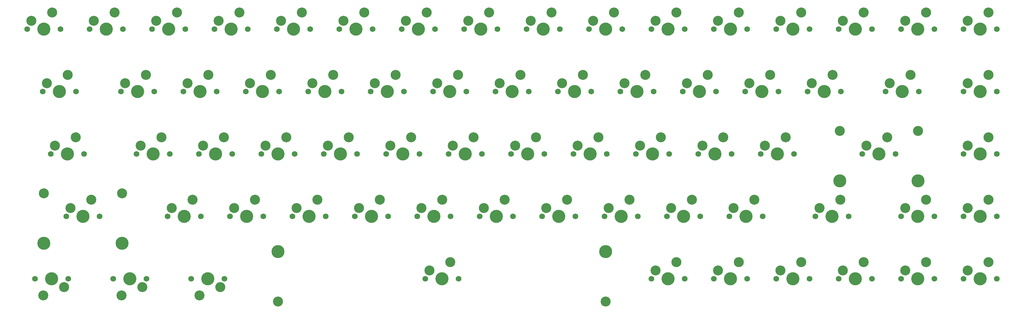
<source format=gts>
%TF.GenerationSoftware,KiCad,Pcbnew,(6.0.11-0)*%
%TF.CreationDate,2023-07-19T11:20:52+01:00*%
%TF.ProjectId,keybird,6b657962-6972-4642-9e6b-696361645f70,0.3*%
%TF.SameCoordinates,Original*%
%TF.FileFunction,Soldermask,Top*%
%TF.FilePolarity,Negative*%
%FSLAX46Y46*%
G04 Gerber Fmt 4.6, Leading zero omitted, Abs format (unit mm)*
G04 Created by KiCad (PCBNEW (6.0.11-0)) date 2023-07-19 11:20:52*
%MOMM*%
%LPD*%
G01*
G04 APERTURE LIST*
%ADD10C,4.000000*%
%ADD11C,1.750000*%
%ADD12C,3.050000*%
%ADD13C,3.987800*%
%ADD14C,3.048000*%
G04 APERTURE END LIST*
D10*
%TO.C,SW67*%
X290512500Y-80962500D03*
D11*
X295592500Y-80962500D03*
D12*
X293052500Y-75882500D03*
X286702500Y-78422500D03*
D11*
X285432500Y-80962500D03*
%TD*%
D10*
%TO.C,SW30*%
X52387500Y-42862500D03*
D11*
X57467500Y-42862500D03*
D12*
X54927500Y-37782500D03*
X48577500Y-40322500D03*
D11*
X47307500Y-42862500D03*
%TD*%
D10*
%TO.C,SW17*%
X309562500Y-23812500D03*
D11*
X314642500Y-23812500D03*
D12*
X312102500Y-18732500D03*
X305752500Y-21272500D03*
D11*
X304482500Y-23812500D03*
%TD*%
D10*
%TO.C,SW53*%
X152400000Y-61912500D03*
D11*
X157480000Y-61912500D03*
D12*
X154940000Y-56832500D03*
X148590000Y-59372500D03*
D11*
X147320000Y-61912500D03*
%TD*%
D10*
%TO.C,SW12*%
X119062500Y-23812500D03*
D11*
X124142500Y-23812500D03*
D12*
X121602500Y-18732500D03*
X115252500Y-21272500D03*
D11*
X113982500Y-23812500D03*
%TD*%
D10*
%TO.C,SW11*%
X80962500Y-23812500D03*
D11*
X86042500Y-23812500D03*
D12*
X83502500Y-18732500D03*
X77152500Y-21272500D03*
D11*
X75882500Y-23812500D03*
%TD*%
D10*
%TO.C,SW25*%
X223837500Y-42862500D03*
D11*
X228917500Y-42862500D03*
D12*
X226377500Y-37782500D03*
X220027500Y-40322500D03*
D11*
X218757500Y-42862500D03*
%TD*%
D10*
%TO.C,SW84*%
X214312500Y-100012500D03*
D11*
X219392500Y-100012500D03*
D12*
X216852500Y-94932500D03*
X210502500Y-97472500D03*
D11*
X209232500Y-100012500D03*
%TD*%
D10*
%TO.C,SW01*%
X61912500Y-23812500D03*
D11*
X66992500Y-23812500D03*
D12*
X64452500Y-18732500D03*
X58102500Y-21272500D03*
D11*
X56832500Y-23812500D03*
%TD*%
D10*
%TO.C,SW07*%
X290512500Y-23812500D03*
D11*
X295592500Y-23812500D03*
D12*
X293052500Y-18732500D03*
X286702500Y-21272500D03*
D11*
X285432500Y-23812500D03*
%TD*%
D10*
%TO.C,SW10*%
X42862500Y-23812500D03*
D11*
X47942500Y-23812500D03*
D12*
X45402500Y-18732500D03*
X39052500Y-21272500D03*
D11*
X37782500Y-23812500D03*
%TD*%
D10*
%TO.C,SW06*%
X252412500Y-23812500D03*
D11*
X257492500Y-23812500D03*
D12*
X254952500Y-18732500D03*
X248602500Y-21272500D03*
D11*
X247332500Y-23812500D03*
%TD*%
D12*
%TO.C,SW20*%
X31115000Y-37782500D03*
D10*
X28575000Y-42862500D03*
D11*
X23495000Y-42862500D03*
X33655000Y-42862500D03*
D12*
X24765000Y-40322500D03*
%TD*%
D10*
%TO.C,SW83*%
X145256250Y-100012500D03*
D12*
X147796250Y-94932500D03*
D11*
X140176250Y-100012500D03*
D12*
X141446250Y-97472500D03*
D11*
X150336250Y-100012500D03*
%TD*%
D12*
%TO.C,SW56*%
X274796250Y-59372500D03*
D10*
X278606250Y-61912500D03*
D12*
X281146250Y-56832500D03*
D11*
X273526250Y-61912500D03*
X283686250Y-61912500D03*
%TD*%
D10*
%TO.C,SW31*%
X90487500Y-42862500D03*
D11*
X95567500Y-42862500D03*
D12*
X93027500Y-37782500D03*
X86677500Y-40322500D03*
D11*
X85407500Y-42862500D03*
%TD*%
D10*
%TO.C,SW00*%
X23812500Y-23812500D03*
D11*
X28892500Y-23812500D03*
D12*
X26352500Y-18732500D03*
X20002500Y-21272500D03*
D11*
X18732500Y-23812500D03*
%TD*%
D10*
%TO.C,SW34*%
X204787500Y-42862500D03*
D11*
X209867500Y-42862500D03*
D12*
X207327500Y-37782500D03*
X200977500Y-40322500D03*
D11*
X199707500Y-42862500D03*
%TD*%
D10*
%TO.C,SW05*%
X214312500Y-23812500D03*
D11*
X219392500Y-23812500D03*
D12*
X216852500Y-18732500D03*
X210502500Y-21272500D03*
D11*
X209232500Y-23812500D03*
%TD*%
D10*
%TO.C,SW27*%
X309562500Y-42862500D03*
D11*
X314642500Y-42862500D03*
D12*
X312102500Y-37782500D03*
X305752500Y-40322500D03*
D11*
X304482500Y-42862500D03*
%TD*%
D10*
%TO.C,SW61*%
X85725000Y-80962500D03*
D11*
X90805000Y-80962500D03*
D12*
X88265000Y-75882500D03*
X81915000Y-78422500D03*
D11*
X80645000Y-80962500D03*
%TD*%
D10*
%TO.C,SW76*%
X271462728Y-100012584D03*
D11*
X276542728Y-100012584D03*
D12*
X274002728Y-94932584D03*
X267652728Y-97472584D03*
D11*
X266382728Y-100012584D03*
%TD*%
%TO.C,SW50*%
X36036250Y-61912500D03*
D12*
X27146250Y-59372500D03*
D10*
X30956250Y-61912500D03*
D11*
X25876250Y-61912500D03*
D12*
X33496250Y-56832500D03*
%TD*%
D10*
%TO.C,SW44*%
X209550000Y-61912500D03*
D11*
X214630000Y-61912500D03*
D12*
X212090000Y-56832500D03*
X205740000Y-59372500D03*
D11*
X204470000Y-61912500D03*
%TD*%
D10*
%TO.C,SW86*%
X252412500Y-100012500D03*
D11*
X257492500Y-100012500D03*
D12*
X254952500Y-94932500D03*
X248602500Y-97472500D03*
D11*
X247332500Y-100012500D03*
%TD*%
D13*
%TO.C,ST_SPACE*%
X195256250Y-91787500D03*
D14*
X95256250Y-106997500D03*
D13*
X95256250Y-91787500D03*
D14*
X195256250Y-106997500D03*
%TD*%
D10*
%TO.C,SW40*%
X57150000Y-61912500D03*
D11*
X62230000Y-61912500D03*
D12*
X59690000Y-56832500D03*
X53340000Y-59372500D03*
D11*
X52070000Y-61912500D03*
%TD*%
D12*
%TO.C,SW60*%
X31908750Y-78422500D03*
D10*
X35718750Y-80962500D03*
D12*
X38258750Y-75882500D03*
D11*
X30638750Y-80962500D03*
X40798750Y-80962500D03*
%TD*%
D10*
%TO.C,SW03*%
X138112500Y-23812500D03*
D11*
X143192500Y-23812500D03*
D12*
X140652500Y-18732500D03*
X134302500Y-21272500D03*
D11*
X133032500Y-23812500D03*
%TD*%
D10*
%TO.C,SW33*%
X166687500Y-42862500D03*
D11*
X171767500Y-42862500D03*
D12*
X169227500Y-37782500D03*
X162877500Y-40322500D03*
D11*
X161607500Y-42862500D03*
%TD*%
D10*
%TO.C,SW42*%
X133350000Y-61912500D03*
D11*
X138430000Y-61912500D03*
D12*
X135890000Y-56832500D03*
X129540000Y-59372500D03*
D11*
X128270000Y-61912500D03*
%TD*%
D10*
%TO.C,SW21*%
X71437500Y-42862500D03*
D11*
X76517500Y-42862500D03*
D12*
X73977500Y-37782500D03*
X67627500Y-40322500D03*
D11*
X66357500Y-42862500D03*
%TD*%
D13*
%TO.C,ST_SHIFT*%
X47656750Y-89187500D03*
X23780750Y-89187500D03*
D14*
X23780750Y-73977500D03*
X47656750Y-73977500D03*
%TD*%
D10*
%TO.C,SW23*%
X147637500Y-42862500D03*
D11*
X152717500Y-42862500D03*
D12*
X150177500Y-37782500D03*
X143827500Y-40322500D03*
D11*
X142557500Y-42862500D03*
%TD*%
D12*
%TO.C,SW36*%
X288290000Y-37782500D03*
D10*
X285750000Y-42862500D03*
D11*
X280670000Y-42862500D03*
X290830000Y-42862500D03*
D12*
X281940000Y-40322500D03*
%TD*%
D10*
%TO.C,SW43*%
X171450000Y-61912500D03*
D11*
X176530000Y-61912500D03*
D12*
X173990000Y-56832500D03*
X167640000Y-59372500D03*
D11*
X166370000Y-61912500D03*
%TD*%
D10*
%TO.C,SW35*%
X242887500Y-42862500D03*
D11*
X247967500Y-42862500D03*
D12*
X245427500Y-37782500D03*
X239077500Y-40322500D03*
D11*
X237807500Y-42862500D03*
%TD*%
D10*
%TO.C,SW41*%
X95250000Y-61912500D03*
D11*
X100330000Y-61912500D03*
D12*
X97790000Y-56832500D03*
X91440000Y-59372500D03*
D11*
X90170000Y-61912500D03*
%TD*%
D10*
%TO.C,SW63*%
X161925000Y-80962500D03*
D11*
X167005000Y-80962500D03*
D12*
X164465000Y-75882500D03*
X158115000Y-78422500D03*
D11*
X156845000Y-80962500D03*
%TD*%
D10*
%TO.C,SW65*%
X238125000Y-80962500D03*
D11*
X243205000Y-80962500D03*
D12*
X240665000Y-75882500D03*
X234315000Y-78422500D03*
D11*
X233045000Y-80962500D03*
%TD*%
D10*
%TO.C,SW47*%
X309562500Y-61912500D03*
D11*
X314642500Y-61912500D03*
D12*
X312102500Y-56832500D03*
X305752500Y-59372500D03*
D11*
X304482500Y-61912500D03*
%TD*%
D10*
%TO.C,SW54*%
X190500000Y-61912500D03*
D11*
X195580000Y-61912500D03*
D12*
X193040000Y-56832500D03*
X186690000Y-59372500D03*
D11*
X185420000Y-61912500D03*
%TD*%
D10*
%TO.C,SW52*%
X114300000Y-61912500D03*
D11*
X119380000Y-61912500D03*
D12*
X116840000Y-56832500D03*
X110490000Y-59372500D03*
D11*
X109220000Y-61912500D03*
%TD*%
D10*
%TO.C,SW26*%
X261937500Y-42862500D03*
D11*
X267017500Y-42862500D03*
D12*
X264477500Y-37782500D03*
X258127500Y-40322500D03*
D11*
X256857500Y-42862500D03*
%TD*%
D10*
%TO.C,SW22*%
X109537500Y-42862500D03*
D11*
X114617500Y-42862500D03*
D12*
X112077500Y-37782500D03*
X105727500Y-40322500D03*
D11*
X104457500Y-42862500D03*
%TD*%
D10*
%TO.C,SW55*%
X228600000Y-61912500D03*
D11*
X233680000Y-61912500D03*
D12*
X231140000Y-56832500D03*
X224790000Y-59372500D03*
D11*
X223520000Y-61912500D03*
%TD*%
D12*
%TO.C,SW81*%
X47466272Y-105092500D03*
X53816272Y-102552500D03*
D11*
X44926272Y-100012500D03*
X55086272Y-100012500D03*
D10*
X50006272Y-100012500D03*
%TD*%
%TO.C,SW04*%
X176212500Y-23812500D03*
D11*
X181292500Y-23812500D03*
D12*
X178752500Y-18732500D03*
X172402500Y-21272500D03*
D11*
X171132500Y-23812500D03*
%TD*%
D10*
%TO.C,SW14*%
X195262500Y-23812500D03*
D11*
X200342500Y-23812500D03*
D12*
X197802500Y-18732500D03*
X191452500Y-21272500D03*
D11*
X190182500Y-23812500D03*
%TD*%
D10*
%TO.C,SW87*%
X290512500Y-100012500D03*
D11*
X295592500Y-100012500D03*
D12*
X293052500Y-94932500D03*
X286702500Y-97472500D03*
D11*
X285432500Y-100012500D03*
%TD*%
D10*
%TO.C,SW71*%
X104775088Y-80962568D03*
D11*
X109855088Y-80962568D03*
D12*
X107315088Y-75882568D03*
X100965088Y-78422568D03*
D11*
X99695088Y-80962568D03*
%TD*%
D10*
%TO.C,SW51*%
X76200000Y-61912500D03*
D11*
X81280000Y-61912500D03*
D12*
X78740000Y-56832500D03*
X72390000Y-59372500D03*
D11*
X71120000Y-61912500D03*
%TD*%
D10*
%TO.C,SW72*%
X142875120Y-80962568D03*
D11*
X147955120Y-80962568D03*
D12*
X145415120Y-75882568D03*
X139065120Y-78422568D03*
D11*
X137795120Y-80962568D03*
%TD*%
D10*
%TO.C,SW70*%
X66675056Y-80962568D03*
D11*
X71755056Y-80962568D03*
D12*
X69215056Y-75882568D03*
X62865056Y-78422568D03*
D11*
X61595056Y-80962568D03*
%TD*%
D10*
%TO.C,SW74*%
X219075184Y-80962568D03*
D11*
X224155184Y-80962568D03*
D12*
X221615184Y-75882568D03*
X215265184Y-78422568D03*
D11*
X213995184Y-80962568D03*
%TD*%
D10*
%TO.C,SW45*%
X247650000Y-61912500D03*
D11*
X252730000Y-61912500D03*
D12*
X250190000Y-56832500D03*
X243840000Y-59372500D03*
D11*
X242570000Y-61912500D03*
%TD*%
%TO.C,SW66*%
X269398750Y-80962500D03*
D12*
X260508750Y-78422500D03*
D10*
X264318750Y-80962500D03*
D11*
X259238750Y-80962500D03*
D12*
X266858750Y-75882500D03*
%TD*%
%TO.C,SW82*%
X71278812Y-105158202D03*
X77628812Y-102618202D03*
D11*
X68738812Y-100078202D03*
X78898812Y-100078202D03*
D10*
X73818812Y-100078202D03*
%TD*%
%TO.C,SW57*%
X309562500Y-80962500D03*
D11*
X314642500Y-80962500D03*
D12*
X312102500Y-75882500D03*
X305752500Y-78422500D03*
D11*
X304482500Y-80962500D03*
%TD*%
D10*
%TO.C,SW85*%
X233362500Y-100012500D03*
D11*
X238442500Y-100012500D03*
D12*
X235902500Y-94932500D03*
X229552500Y-97472500D03*
D11*
X228282500Y-100012500D03*
%TD*%
D13*
%TO.C,ST_ENTER*%
X290544250Y-70137500D03*
X266668250Y-70137500D03*
D14*
X266668250Y-54927500D03*
X290544250Y-54927500D03*
%TD*%
D10*
%TO.C,SW32*%
X128587500Y-42862500D03*
D11*
X133667500Y-42862500D03*
D12*
X131127500Y-37782500D03*
X124777500Y-40322500D03*
D11*
X123507500Y-42862500D03*
%TD*%
D10*
%TO.C,SW15*%
X233362500Y-23812500D03*
D11*
X238442500Y-23812500D03*
D12*
X235902500Y-18732500D03*
X229552500Y-21272500D03*
D11*
X228282500Y-23812500D03*
%TD*%
D10*
%TO.C,SW02*%
X100012500Y-23812500D03*
D11*
X105092500Y-23812500D03*
D12*
X102552500Y-18732500D03*
X96202500Y-21272500D03*
D11*
X94932500Y-23812500D03*
%TD*%
D10*
%TO.C,SW77*%
X309562500Y-100012500D03*
D11*
X314642500Y-100012500D03*
D12*
X312102500Y-94932500D03*
X305752500Y-97472500D03*
D11*
X304482500Y-100012500D03*
%TD*%
D10*
%TO.C,SW13*%
X157162500Y-23812500D03*
D11*
X162242500Y-23812500D03*
D12*
X159702500Y-18732500D03*
X153352500Y-21272500D03*
D11*
X152082500Y-23812500D03*
%TD*%
D10*
%TO.C,SW73*%
X180975152Y-80962568D03*
D11*
X186055152Y-80962568D03*
D12*
X183515152Y-75882568D03*
X177165152Y-78422568D03*
D11*
X175895152Y-80962568D03*
%TD*%
D10*
%TO.C,SW24*%
X185737500Y-42862500D03*
D11*
X190817500Y-42862500D03*
D12*
X188277500Y-37782500D03*
X181927500Y-40322500D03*
D11*
X180657500Y-42862500D03*
%TD*%
D10*
%TO.C,SW62*%
X123825000Y-80962500D03*
D11*
X128905000Y-80962500D03*
D12*
X126365000Y-75882500D03*
X120015000Y-78422500D03*
D11*
X118745000Y-80962500D03*
%TD*%
D10*
%TO.C,SW16*%
X271462500Y-23812500D03*
D11*
X276542500Y-23812500D03*
D12*
X274002500Y-18732500D03*
X267652500Y-21272500D03*
D11*
X266382500Y-23812500D03*
%TD*%
D10*
%TO.C,SW64*%
X200025000Y-80962500D03*
D11*
X205105000Y-80962500D03*
D12*
X202565000Y-75882500D03*
X196215000Y-78422500D03*
D11*
X194945000Y-80962500D03*
%TD*%
D12*
%TO.C,SW80*%
X23653772Y-105092500D03*
X30003772Y-102552500D03*
D11*
X21113772Y-100012500D03*
X31273772Y-100012500D03*
D10*
X26193772Y-100012500D03*
%TD*%
M02*

</source>
